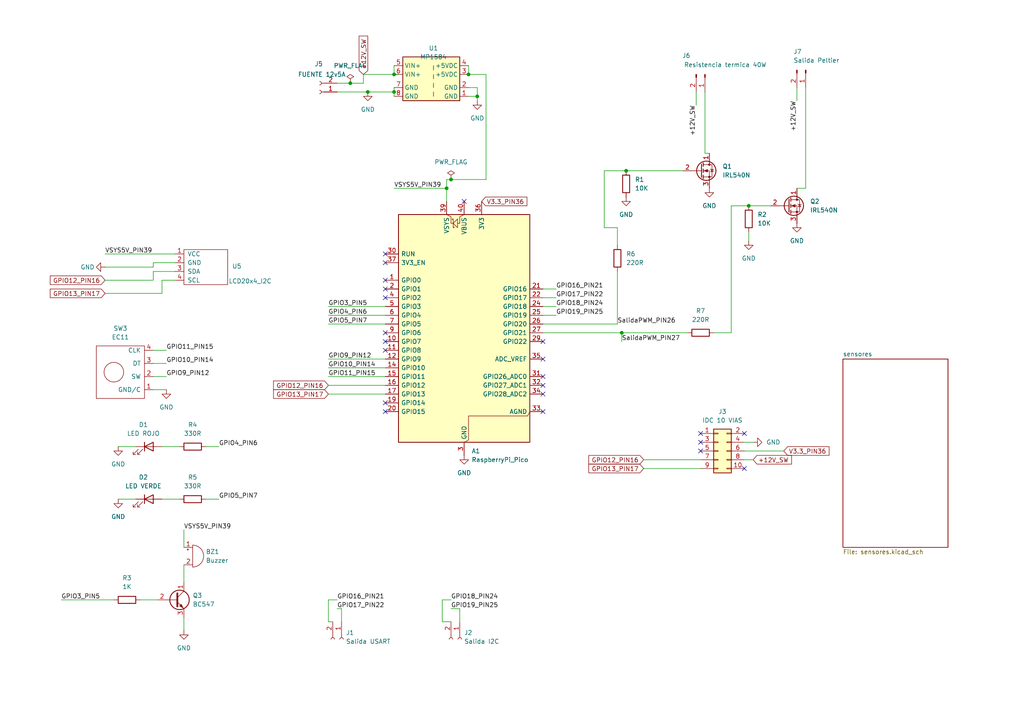
<source format=kicad_sch>
(kicad_sch (version 20250114) (generator "eeschema") (generator_version "9.0")
  (paper "A4")
  (lib_symbols
    (symbol "Conn_01x02_Socket_1" (pin_names (offset 1.016) (hide yes))
      (property "Reference" "J1" (at -1.9051 1.27 90))
      (property "Value" "Salida USART" (at 0.6349 1.27 90))
      (symbol "Conn_01x02_Socket_1_1_1"
        (polyline (pts (xy -1.27 0) (xy -0.508 0)) (stroke (width 0.1524)))
        (polyline (pts (xy -1.27 -2.54) (xy -0.508 -2.54)) (stroke (width 0.1524)))
        (arc (start 0 -0.508) (mid -0.5058 0) (end 0 0.508) (stroke (width 0.1524)))
        (arc (start 0 -3.048) (mid -0.5058 -2.54) (end 0 -2.032) (stroke (width 0.1524)))
        (pin passive line (at -5.08 0 0) (length 3.81) (name "TX") (number "1"))
        (pin passive line (at -5.08 -2.54 0) (length 3.81) (name "RX") (number "2"))
      )
    )
    (symbol "Conn_01x02_Socket_2" (pin_names (offset 1.016) (hide yes))
      (property "Reference" "J2" (at -1.9051 1.27 90))
      (property "Value" "Salida I2C" (at 0.6349 1.27 90))
      (symbol "Conn_01x02_Socket_2_1_1"
        (polyline (pts (xy -1.27 0) (xy -0.508 0)) (stroke (width 0.1524)))
        (polyline (pts (xy -1.27 -2.54) (xy -0.508 -2.54)) (stroke (width 0.1524)))
        (arc (start 0 -0.508) (mid -0.5058 0) (end 0 0.508) (stroke (width 0.1524)))
        (arc (start 0 -3.048) (mid -0.5058 -2.54) (end 0 -2.032) (stroke (width 0.1524)))
        (pin passive line (at -5.08 0 0) (length 3.81) (name "SCA") (number "1"))
        (pin passive line (at -5.08 -2.54 0) (length 3.81) (name "SCL") (number "2"))
      )
    )
    (symbol "Connector:Conn_01x02_Pin" (pin_names (offset 1.016) (hide yes))
      (property "Reference" "J" (at 0 2.54 0))
      (property "Value" "Conn_01x02_Pin" (at 0 -5.08 0))
      (symbol "Conn_01x02_Pin_1_1"
        (rectangle (start 0.8636 0.127) (end 0 -0.127) (stroke (width 0.1524)) (fill (type outline)))
        (rectangle (start 0.8636 -2.413) (end 0 -2.667) (stroke (width 0.1524)) (fill (type outline)))
        (polyline (pts (xy 1.27 0) (xy 0.8636 0)) (stroke (width 0.1524)))
        (polyline (pts (xy 1.27 -2.54) (xy 0.8636 -2.54)) (stroke (width 0.1524)))
        (pin passive line (at 5.08 0 180) (length 3.81) (name "Pin_1") (number "1"))
        (pin passive line (at 5.08 -2.54 180) (length 3.81) (name "Pin_2") (number "2"))
      )
    )
    (symbol "Connector:Conn_01x02_Socket" (pin_names (offset 1.016) (hide yes))
      (property "Reference" "J5" (at 0.254 -8.128 0))
      (property "Value" "FUENTE 12v5A" (at -0.635 -5.08 0))
      (symbol "Conn_01x02_Socket_1_1"
        (polyline (pts (xy -1.27 0) (xy -0.508 0)) (stroke (width 0.1524)))
        (polyline (pts (xy -1.27 -2.54) (xy -0.508 -2.54)) (stroke (width 0.1524)))
        (arc (start 0 -0.508) (mid -0.5058 0) (end 0 0.508) (stroke (width 0.1524)))
        (arc (start 0 -3.048) (mid -0.5058 -2.54) (end 0 -2.032) (stroke (width 0.1524)))
        (pin passive line (at -5.08 0 0) (length 3.81) (name "Pin_1") (number "1"))
        (pin passive line (at -5.08 -2.54 0) (length 3.81) (name "Pin_2") (number "2"))
      )
    )
    (symbol "Connector_Generic:Conn_02x05_Odd_Even" (pin_names (offset 1.016) (hide yes))
      (property "Reference" "J" (at 1.27 7.62 0))
      (property "Value" "Conn_02x05_Odd_Even" (at 1.27 -7.62 0))
      (symbol "Conn_02x05_Odd_Even_1_1"
        (rectangle (start -1.27 6.35) (end 3.81 -6.35) (stroke (width 0.254)) (fill (type background)))
        (rectangle (start -1.27 5.207) (end 0 4.953) (stroke (width 0.1524)))
        (rectangle (start -1.27 2.667) (end 0 2.413) (stroke (width 0.1524)))
        (rectangle (start -1.27 0.127) (end 0 -0.127) (stroke (width 0.1524)))
        (rectangle (start -1.27 -2.413) (end 0 -2.667) (stroke (width 0.1524)))
        (rectangle (start -1.27 -4.953) (end 0 -5.207) (stroke (width 0.1524)))
        (rectangle (start 3.81 5.207) (end 2.54 4.953) (stroke (width 0.1524)))
        (rectangle (start 3.81 2.667) (end 2.54 2.413) (stroke (width 0.1524)))
        (rectangle (start 3.81 0.127) (end 2.54 -0.127) (stroke (width 0.1524)))
        (rectangle (start 3.81 -2.413) (end 2.54 -2.667) (stroke (width 0.1524)))
        (rectangle (start 3.81 -4.953) (end 2.54 -5.207) (stroke (width 0.1524)))
        (pin passive line (at -5.08 5.08 0) (length 3.81) (name "Pin_1") (number "1"))
        (pin passive line (at -5.08 2.54 0) (length 3.81) (name "Pin_3") (number "3"))
        (pin passive line (at -5.08 0 0) (length 3.81) (name "Pin_5") (number "5"))
        (pin passive line (at -5.08 -2.54 0) (length 3.81) (name "Pin_7") (number "7"))
        (pin passive line (at -5.08 -5.08 0) (length 3.81) (name "Pin_9") (number "9"))
        (pin passive line (at 7.62 5.08 180) (length 3.81) (name "Pin_2") (number "2"))
        (pin passive line (at 7.62 2.54 180) (length 3.81) (name "Pin_4") (number "4"))
        (pin passive line (at 7.62 0 180) (length 3.81) (name "Pin_6") (number "6"))
        (pin passive line (at 7.62 -2.54 180) (length 3.81) (name "Pin_8") (number "8"))
        (pin passive line (at 7.62 -5.08 180) (length 3.81) (name "Pin_10") (number "10"))
      )
    )
    (symbol "Converter_DCDC:Ag9905LP"
      (property "Reference" "U1" (at 0 10.16 0))
      (property "Value" "MP1584" (at 0 7.62 0))
      (symbol "Ag9905LP_0_1"
        (rectangle (start -8.89 7.62) (end 7.62 -5.08) (stroke (width 0.254)) (fill (type background)))
        (polyline (pts (xy 0 5.08) (xy 0 3.81)))
        (polyline (pts (xy 0 2.54) (xy 0 1.27)))
        (polyline (pts (xy 0 0) (xy 0 -1.27)))
        (polyline (pts (xy 0 -2.54) (xy 0 -3.81)))
      )
      (symbol "Ag9905LP_1_1"
        (pin power_in line (at -11.43 5.08 0) (length 2.54) (name "VIN+") (number "5"))
        (pin power_in line (at -11.43 2.54 0) (length 2.54) (name "VIN+") (number "6"))
        (pin power_in line (at -11.43 -1.27 0) (length 2.54) (name "GND") (number "7"))
        (pin power_in line (at -11.43 -3.81 0) (length 2.54) (name "GND") (number "8"))
        (pin passive line (at 10.16 5.08 180) (length 2.54) (name "+5VDC") (number "4"))
        (pin passive line (at 10.16 2.54 180) (length 2.54) (name "+5VDC") (number "3"))
        (pin passive line (at 10.16 -1.27 180) (length 2.54) (name "GND") (number "2"))
        (pin passive line (at 10.16 -3.81 180) (length 2.54) (name "GND") (number "1"))
      )
    )
    (symbol "Device:Buzzer" (pin_names (offset 0.0254) (hide yes))
      (property "Reference" "BZ" (at 3.81 1.27 0))
      (property "Value" "Buzzer" (at 3.81 -1.27 0))
      (symbol "Buzzer_0_1"
        (polyline (pts (xy -1.651 1.905) (xy -1.143 1.905)))
        (polyline (pts (xy -1.397 2.159) (xy -1.397 1.651)))
        (arc (start 0 3.175) (mid 3.1612 0) (end 0 -3.175))
        (polyline (pts (xy 0 3.175) (xy 0 -3.175)))
      )
      (symbol "Buzzer_1_1"
        (pin passive line (at -2.54 2.54 0) (length 2.54) (name "+") (number "1"))
        (pin passive line (at -2.54 -2.54 0) (length 2.54) (name "-") (number "2"))
      )
    )
    (symbol "Device:LED" (pin_numbers (hide yes)) (pin_names (offset 1.016) (hide yes))
      (property "Reference" "D" (at 0 2.54 0))
      (property "Value" "LED" (at 0 -2.54 0))
      (symbol "LED_0_1"
        (polyline (pts (xy -3.048 -0.762) (xy -4.572 -2.286) (xy -3.81 -2.286) (xy -4.572 -2.286) (xy -4.572 -1.524)))
        (polyline (pts (xy -1.778 -0.762) (xy -3.302 -2.286) (xy -2.54 -2.286) (xy -3.302 -2.286) (xy -3.302 -1.524)))
        (polyline (pts (xy -1.27 0) (xy 1.27 0)))
        (polyline (pts (xy -1.27 -1.27) (xy -1.27 1.27)) (stroke (width 0.254)))
        (polyline (pts (xy 1.27 -1.27) (xy 1.27 1.27) (xy -1.27 0) (xy 1.27 -1.27)) (stroke (width 0.254)))
      )
      (symbol "LED_1_1"
        (pin passive line (at -3.81 0 0) (length 2.54) (name "K") (number "1"))
        (pin passive line (at 3.81 0 180) (length 2.54) (name "A") (number "2"))
      )
    )
    (symbol "Device:R" (pin_numbers (hide yes)) (pin_names (offset 0))
      (property "Reference" "R" (at 2.032 0 90))
      (property "Value" "R" (at 0 0 90))
      (symbol "R_0_1"
        (rectangle (start -1.016 -2.54) (end 1.016 2.54) (stroke (width 0.254)))
      )
      (symbol "R_1_1"
        (pin passive line (at 0 3.81 270) (length 1.27) (name "~") (number "1"))
        (pin passive line (at 0 -3.81 90) (length 1.27) (name "~") (number "2"))
      )
    )
    (symbol "LCD20x4_I2C:LCD20x4_I2C" (pin_names (offset 1.016))
      (property "Reference" "U5" (at 7.112 2.54 0))
      (property "Value" "LCD20x4_I2C" (at 6.604 0.254 0))
      (symbol "LCD20x4_I2C_0_1"
        (rectangle (start -3.81 5.08) (end 8.89 -5.08))
      )
      (symbol "LCD20x4_I2C_1_1"
        (pin passive line (at -6.35 3.81 0) (length 2.54) (name "VCC") (number "1"))
        (pin passive line (at -6.35 1.27 0) (length 2.54) (name "GND") (number "2"))
        (pin passive line (at -6.35 -1.27 0) (length 2.54) (name "SDA") (number "3"))
        (pin passive line (at -6.35 -3.81 0) (length 2.54) (name "SCL") (number "4"))
      )
    )
    (symbol "MCU_Module:RaspberryPi_Pico" (pin_names (offset 0.762))
      (property "Reference" "A1" (at 2.1433 -34.29 0))
      (property "Value" "RaspberryPi_Pico" (at 2.1433 -36.83 0))
      (symbol "RaspberryPi_Pico_0_1"
        (rectangle (start -19.05 34.29) (end 19.05 -31.75) (stroke (width 0.254)) (fill (type background)))
        (polyline (pts (xy -5.08 34.29) (xy -3.81 33.655) (xy -3.81 31.75) (xy -3.175 31.75)))
        (polyline (pts (xy -3.429 32.766) (xy -3.429 33.02) (xy -3.175 33.02) (xy -3.175 30.48) (xy -2.921 30.48) (xy -2.921 30.734)))
        (polyline (pts (xy -3.175 31.75) (xy -1.905 33.02) (xy -1.905 30.48) (xy -3.175 31.75)))
        (polyline (pts (xy 0 34.29) (xy -1.27 33.655) (xy -1.27 31.75) (xy -1.905 31.75)))
        (polyline (pts (xy 0 -31.75) (xy 1.27 -31.115) (xy 1.27 -24.13) (xy 18.415 -24.13) (xy 19.05 -22.86)))
      )
      (symbol "RaspberryPi_Pico_1_1"
        (pin passive line (at -22.86 22.86 0) (length 3.81) (name "RUN") (number "30"))
        (pin passive line (at -22.86 20.32 0) (length 3.81) (name "3V3_EN") (number "37"))
        (pin bidirectional line (at -22.86 15.24 0) (length 3.81) (name "GPIO0") (number "1"))
        (pin bidirectional line (at -22.86 12.7 0) (length 3.81) (name "GPIO1") (number "2"))
        (pin bidirectional line (at -22.86 10.16 0) (length 3.81) (name "GPIO2") (number "4"))
        (pin bidirectional line (at -22.86 7.62 0) (length 3.81) (name "GPIO3") (number "5"))
        (pin bidirectional line (at -22.86 5.08 0) (length 3.81) (name "GPIO4") (number "6"))
        (pin bidirectional line (at -22.86 2.54 0) (length 3.81) (name "GPIO5") (number "7"))
        (pin bidirectional line (at -22.86 0 0) (length 3.81) (name "GPIO6") (number "9"))
        (pin bidirectional line (at -22.86 -2.54 0) (length 3.81) (name "GPIO7") (number "10"))
        (pin bidirectional line (at -22.86 -5.08 0) (length 3.81) (name "GPIO8") (number "11"))
        (pin bidirectional line (at -22.86 -7.62 0) (length 3.81) (name "GPIO9") (number "12"))
        (pin bidirectional line (at -22.86 -10.16 0) (length 3.81) (name "GPIO10") (number "14"))
        (pin bidirectional line (at -22.86 -12.7 0) (length 3.81) (name "GPIO11") (number "15"))
        (pin bidirectional line (at -22.86 -15.24 0) (length 3.81) (name "GPIO12") (number "16"))
        (pin bidirectional line (at -22.86 -17.78 0) (length 3.81) (name "GPIO13") (number "17"))
        (pin bidirectional line (at -22.86 -20.32 0) (length 3.81) (name "GPIO14") (number "19"))
        (pin bidirectional line (at -22.86 -22.86 0) (length 3.81) (name "GPIO15") (number "20"))
        (pin power_in line (at -5.08 38.1 270) (length 3.81) (name "VSYS") (number "39"))
        (pin power_out line (at 0 38.1 270) (length 3.81) (name "VBUS") (number "40"))
        (pin passive line (at 0 -35.56 90) (length 3.81) (hide yes) (name "GND") (number "13"))
        (pin passive line (at 0 -35.56 90) (length 3.81) (hide yes) (name "GND") (number "18"))
        (pin passive line (at 0 -35.56 90) (length 3.81) (hide yes) (name "GND") (number "23"))
        (pin passive line (at 0 -35.56 90) (length 3.81) (hide yes) (name "GND") (number "28"))
        (pin power_out line (at 0 -35.56 90) (length 3.81) (name "GND") (number "3"))
        (pin passive line (at 0 -35.56 90) (length 3.81) (hide yes) (name "GND") (number "38"))
        (pin passive line (at 0 -35.56 90) (length 3.81) (hide yes) (name "GND") (number "8"))
        (pin power_out line (at 5.08 38.1 270) (length 3.81) (name "3V3") (number "36"))
        (pin bidirectional line (at 22.86 12.7 180) (length 3.81) (name "GPIO16") (number "21"))
        (pin bidirectional line (at 22.86 10.16 180) (length 3.81) (name "GPIO17") (number "22"))
        (pin bidirectional line (at 22.86 7.62 180) (length 3.81) (name "GPIO18") (number "24"))
        (pin bidirectional line (at 22.86 5.08 180) (length 3.81) (name "GPIO19") (number "25"))
        (pin bidirectional line (at 22.86 2.54 180) (length 3.81) (name "GPIO20") (number "26"))
        (pin bidirectional line (at 22.86 0 180) (length 3.81) (name "GPIO21") (number "27"))
        (pin bidirectional line (at 22.86 -2.54 180) (length 3.81) (name "GPIO22") (number "29"))
        (pin power_in line (at 22.86 -7.62 180) (length 3.81) (name "ADC_VREF") (number "35"))
        (pin bidirectional line (at 22.86 -12.7 180) (length 3.81) (name "GPIO26_ADC0") (number "31"))
        (pin bidirectional line (at 22.86 -15.24 180) (length 3.81) (name "GPIO27_ADC1") (number "32"))
        (pin bidirectional line (at 22.86 -17.78 180) (length 3.81) (name "GPIO28_ADC2") (number "34"))
        (pin power_out line (at 22.86 -22.86 180) (length 3.81) (name "AGND") (number "33"))
      )
    )
    (symbol "Transistor_BJT:BC547" (pin_names (offset 0) (hide yes))
      (property "Reference" "Q" (at 5.08 1.905 0))
      (property "Value" "BC547" (at 5.08 0 0))
      (symbol "BC547_0_1"
        (polyline (pts (xy -2.54 0) (xy 0.635 0)))
        (polyline (pts (xy 0.635 1.905) (xy 0.635 -1.905)) (stroke (width 0.508)))
        (circle (center 1.27 0) (radius 2.8194) (stroke (width 0.254)))
      )
      (symbol "BC547_1_1"
        (polyline (pts (xy 0.635 0.635) (xy 2.54 2.54)))
        (polyline (pts (xy 0.635 -0.635) (xy 2.54 -2.54)))
        (polyline (pts (xy 1.27 -1.778) (xy 1.778 -1.27) (xy 2.286 -2.286) (xy 1.27 -1.778)) (fill (type outline)))
        (pin input line (at -5.08 0 0) (length 2.54) (name "B") (number "2"))
        (pin passive line (at 2.54 5.08 270) (length 2.54) (name "C") (number "1"))
        (pin passive line (at 2.54 -5.08 90) (length 2.54) (name "E") (number "3"))
      )
    )
    (symbol "Transistor_FET:IRL6283M" (pin_names (hide yes))
      (property "Reference" "Q" (at 5.08 1.905 0))
      (property "Value" "IRL6283M" (at 5.08 0 0))
      (symbol "IRL6283M_0_1"
        (polyline (pts (xy 0.254 1.905) (xy 0.254 -1.905)) (stroke (width 0.254)))
        (polyline (pts (xy 0.254 0) (xy -2.54 0)))
        (polyline (pts (xy 0.762 2.286) (xy 0.762 1.27)) (stroke (width 0.254)))
        (polyline (pts (xy 0.762 0.508) (xy 0.762 -0.508)) (stroke (width 0.254)))
        (polyline (pts (xy 0.762 -1.27) (xy 0.762 -2.286)) (stroke (width 0.254)))
        (polyline (pts (xy 0.762 -1.778) (xy 3.302 -1.778) (xy 3.302 1.778) (xy 0.762 1.778)))
        (polyline (pts (xy 1.016 0) (xy 2.032 0.381) (xy 2.032 -0.381) (xy 1.016 0)) (fill (type outline)))
        (circle (center 1.651 0) (radius 2.794) (stroke (width 0.254)))
        (polyline (pts (xy 2.54 2.54) (xy 2.54 1.778)))
        (circle (center 2.54 1.778) (radius 0.254) (fill (type outline)))
        (circle (center 2.54 -1.778) (radius 0.254) (fill (type outline)))
        (polyline (pts (xy 2.54 -2.54) (xy 2.54 0) (xy 0.762 0)))
        (polyline (pts (xy 2.794 0.508) (xy 2.921 0.381) (xy 3.683 0.381) (xy 3.81 0.254)))
        (polyline (pts (xy 3.302 0.381) (xy 2.921 -0.254) (xy 3.683 -0.254) (xy 3.302 0.381)))
      )
      (symbol "IRL6283M_1_1"
        (pin input line (at -5.08 0 0) (length 2.54) (name "G") (number "2"))
        (pin passive line (at 2.54 5.08 270) (length 2.54) (name "D") (number "1"))
        (pin passive line (at 2.54 -5.08 90) (length 2.54) (name "S") (number "3"))
      )
    )
    (symbol "YEUTTERG_Generic:KY-040" (pin_names (offset 1.016))
      (property "Reference" "SW3" (at 12.7 4.445 90))
      (property "Value" "EC11" (at 10.16 4.445 90))
      (symbol "KY-040_0_1"
        (rectangle (start -7.62 11.43) (end 7.62 -2.54))
        (circle (center 0 6.35) (radius 2.8398))
      )
      (symbol "KY-040_1_1"
        (pin passive line (at -5.08 -5.08 90) (length 2.54) (name "GND/C") (number "1"))
        (pin input line (at -1.27 -5.08 90) (length 2.54) (name "SW") (number "2"))
        (pin output line (at 2.54 -5.08 90) (length 2.54) (name "DT") (number "3"))
        (pin output line (at 6.35 -5.08 90) (length 2.54) (name "CLK") (number "4"))
      )
    )
    (symbol "power:GND" (power) (pin_numbers (hide yes)) (pin_names (offset 0) (hide yes))
      (property "Value" "GND" (at 0 -3.81 0))
      (symbol "GND_0_1"
        (polyline (pts (xy 0 0) (xy 0 -1.27) (xy 1.27 -1.27) (xy 0 -2.54) (xy -1.27 -1.27) (xy 0 -1.27)))
      )
      (symbol "GND_1_1"
        (pin power_in line (at 0 0 270) (length 0) (name "~") (number "1"))
      )
    )
    (symbol "power:PWR_FLAG" (power) (pin_numbers (hide yes)) (pin_names (offset 0) (hide yes))
      (property "Value" "PWR_FLAG" (at 0 3.81 0))
      (symbol "PWR_FLAG_0_0"
        (pin power_out line (at 0 0 90) (length 0) (name "~") (number "1"))
      )
      (symbol "PWR_FLAG_0_1"
        (polyline (pts (xy 0 0) (xy 0 1.27) (xy -1.016 1.905) (xy 0 2.54) (xy 1.016 1.905) (xy 0 1.27)))
      )
    )
  )
  (junction (at 129.54 54.61))
  (junction (at 180.34 96.52))
  (junction (at 106.68 26.67))
  (junction (at 181.61 49.53))
  (junction (at 138.43 27.94))
  (junction (at 135.89 21.59))
  (junction (at 101.6 24.13))
  (junction (at 114.3 21.59))
  (junction (at 130.81 52.07))
  (junction (at 217.17 59.69))
  (junction (at 114.3 26.67))
  (no_connect (at 157.48 99.06))
  (no_connect (at 157.48 114.3))
  (no_connect (at 203.2 125.73))
  (no_connect (at 157.48 104.14))
  (no_connect (at 111.76 101.6))
  (no_connect (at 215.9 125.73))
  (no_connect (at 111.76 96.52))
  (no_connect (at 111.76 86.36))
  (no_connect (at 157.48 111.76))
  (no_connect (at 157.48 109.22))
  (no_connect (at 111.76 73.66))
  (no_connect (at 111.76 116.84))
  (no_connect (at 111.76 119.38))
  (no_connect (at 134.62 58.42))
  (no_connect (at 111.76 76.2))
  (no_connect (at 157.48 119.38))
  (no_connect (at 215.9 135.89))
  (no_connect (at 111.76 83.82))
  (no_connect (at 111.76 81.28))
  (no_connect (at 203.2 128.27))
  (no_connect (at 203.2 130.81))
  (no_connect (at 111.76 99.06))
  (wire (pts (xy 138.43 27.94) (xy 138.43 29.21)))
  (wire (pts (xy 34.29 129.54) (xy 39.37 129.54)))
  (wire (pts (xy 30.48 81.28) (xy 44.45 81.28)))
  (wire (pts (xy 50.8 81.28) (xy 46.99 81.28)))
  (wire (pts (xy 106.68 26.67) (xy 114.3 26.67)))
  (wire (pts (xy 217.17 59.69) (xy 223.52 59.69)))
  (wire (pts (xy 135.89 19.05) (xy 135.89 21.59)))
  (wire (pts (xy 114.3 25.4) (xy 114.3 26.67)))
  (wire (pts (xy 204.47 44.45) (xy 205.74 44.45)))
  (wire (pts (xy 44.45 109.22) (xy 48.26 109.22)))
  (wire (pts (xy 97.79 176.53) (xy 99.06 176.53)))
  (wire (pts (xy 59.69 129.54) (xy 63.5 129.54)))
  (wire (pts (xy 44.45 113.03) (xy 48.26 113.03)))
  (wire (pts (xy 135.89 27.94) (xy 138.43 27.94)))
  (wire (pts (xy 17.78 173.99) (xy 33.02 173.99)))
  (wire (pts (xy 114.3 19.05) (xy 114.3 21.59)))
  (wire (pts (xy 181.61 49.53) (xy 198.12 49.53)))
  (wire (pts (xy 175.26 49.53) (xy 181.61 49.53)))
  (wire (pts (xy 46.99 85.09) (xy 30.48 85.09)))
  (wire (pts (xy 233.68 25.4) (xy 233.68 54.61)))
  (wire (pts (xy 105.41 21.59) (xy 114.3 21.59)))
  (wire (pts (xy 130.81 176.53) (xy 133.35 176.53)))
  (wire (pts (xy 157.48 91.44) (xy 161.29 91.44)))
  (wire (pts (xy 138.43 25.4) (xy 138.43 27.94)))
  (wire (pts (xy 95.25 109.22) (xy 111.76 109.22)))
  (wire (pts (xy 95.25 173.99) (xy 95.25 180.34)))
  (wire (pts (xy 157.48 83.82) (xy 161.29 83.82)))
  (wire (pts (xy 130.81 180.34) (xy 128.27 180.34)))
  (wire (pts (xy 129.54 52.07) (xy 129.54 54.61)))
  (wire (pts (xy 114.3 26.67) (xy 114.3 27.94)))
  (wire (pts (xy 179.07 66.04) (xy 175.26 66.04)))
  (wire (pts (xy 46.99 144.78) (xy 52.07 144.78)))
  (wire (pts (xy 140.97 52.07) (xy 130.81 52.07)))
  (wire (pts (xy 128.27 180.34) (xy 128.27 173.99)))
  (wire (pts (xy 44.45 78.74) (xy 50.8 78.74)))
  (wire (pts (xy 179.07 71.12) (xy 179.07 66.04)))
  (wire (pts (xy 95.25 104.14) (xy 111.76 104.14)))
  (wire (pts (xy 95.25 88.9) (xy 111.76 88.9)))
  (wire (pts (xy 95.25 111.76) (xy 111.76 111.76)))
  (wire (pts (xy 97.79 173.99) (xy 95.25 173.99)))
  (wire (pts (xy 157.48 96.52) (xy 180.34 96.52)))
  (wire (pts (xy 180.34 96.52) (xy 199.39 96.52)))
  (wire (pts (xy 130.81 52.07) (xy 129.54 52.07)))
  (wire (pts (xy 97.79 26.67) (xy 106.68 26.67)))
  (wire (pts (xy 129.54 54.61) (xy 129.54 58.42)))
  (wire (pts (xy 212.09 96.52) (xy 212.09 59.69)))
  (wire (pts (xy 44.45 77.47) (xy 44.45 76.2)))
  (wire (pts (xy 95.25 93.98) (xy 111.76 93.98)))
  (wire (pts (xy 114.3 54.61) (xy 129.54 54.61)))
  (wire (pts (xy 46.99 81.28) (xy 46.99 85.09)))
  (wire (pts (xy 59.69 144.78) (xy 63.5 144.78)))
  (wire (pts (xy 140.97 21.59) (xy 140.97 52.07)))
  (wire (pts (xy 201.93 26.67) (xy 201.93 30.48)))
  (wire (pts (xy 207.01 96.52) (xy 212.09 96.52)))
  (wire (pts (xy 95.25 114.3) (xy 111.76 114.3)))
  (wire (pts (xy 186.69 133.35) (xy 203.2 133.35)))
  (wire (pts (xy 44.45 101.6) (xy 48.26 101.6)))
  (wire (pts (xy 135.89 21.59) (xy 140.97 21.59)))
  (wire (pts (xy 44.45 76.2) (xy 50.8 76.2)))
  (wire (pts (xy 30.48 77.47) (xy 44.45 77.47)))
  (wire (pts (xy 215.9 130.81) (xy 227.33 130.81)))
  (wire (pts (xy 53.34 179.07) (xy 53.34 182.88)))
  (wire (pts (xy 215.9 128.27) (xy 218.44 128.27)))
  (wire (pts (xy 212.09 59.69) (xy 217.17 59.69)))
  (wire (pts (xy 175.26 66.04) (xy 175.26 49.53)))
  (wire (pts (xy 95.25 106.68) (xy 111.76 106.68)))
  (wire (pts (xy 217.17 67.31) (xy 217.17 69.85)))
  (wire (pts (xy 128.27 173.99) (xy 130.81 173.99)))
  (wire (pts (xy 186.69 135.89) (xy 203.2 135.89)))
  (wire (pts (xy 157.48 86.36) (xy 161.29 86.36)))
  (wire (pts (xy 95.25 91.44) (xy 111.76 91.44)))
  (wire (pts (xy 179.07 93.98) (xy 179.07 78.74)))
  (wire (pts (xy 40.64 173.99) (xy 45.72 173.99)))
  (wire (pts (xy 215.9 133.35) (xy 218.44 133.35)))
  (wire (pts (xy 44.45 81.28) (xy 44.45 78.74)))
  (wire (pts (xy 157.48 88.9) (xy 161.29 88.9)))
  (wire (pts (xy 44.45 105.41) (xy 48.26 105.41)))
  (wire (pts (xy 101.6 24.13) (xy 105.41 24.13)))
  (wire (pts (xy 231.14 25.4) (xy 231.14 29.21)))
  (wire (pts (xy 105.41 24.13) (xy 105.41 21.59)))
  (wire (pts (xy 97.79 24.13) (xy 101.6 24.13)))
  (wire (pts (xy 53.34 153.67) (xy 53.34 158.75)))
  (wire (pts (xy 34.29 144.78) (xy 39.37 144.78)))
  (wire (pts (xy 157.48 93.98) (xy 179.07 93.98)))
  (wire (pts (xy 133.35 176.53) (xy 133.35 180.34)))
  (wire (pts (xy 204.47 26.67) (xy 204.47 44.45)))
  (wire (pts (xy 233.68 54.61) (xy 231.14 54.61)))
  (wire (pts (xy 138.43 25.4) (xy 135.89 25.4)))
  (wire (pts (xy 99.06 176.53) (xy 99.06 180.34)))
  (wire (pts (xy 114.3 21.59) (xy 115.57 21.59)))
  (wire (pts (xy 30.48 73.66) (xy 50.8 73.66)))
  (wire (pts (xy 95.25 180.34) (xy 96.52 180.34)))
  (wire (pts (xy 180.34 96.52) (xy 180.34 99.06)))
  (wire (pts (xy 53.34 163.83) (xy 53.34 168.91)))
  (wire (pts (xy 46.99 129.54) (xy 52.07 129.54)))
  (label "+12V_SW" (at 201.93 30.48 270))
  (label "VSYS5V_PIN39" (at 53.34 153.67 0))
  (label "VSYS5V_PIN39" (at 114.3 54.61 0))
  (label "GPIO5_PIN7" (at 95.25 93.98 0))
  (label "GPIO18_PIN24" (at 130.81 173.99 0))
  (label "GPIO10_PIN14" (at 48.26 105.41 0))
  (label "+12V_SW" (at 231.14 29.21 270))
  (label "GPIO9_PIN12" (at 95.25 104.14 0))
  (label "GPIO4_PIN6" (at 95.25 91.44 0))
  (label "GPIO19_PIN25" (at 161.29 91.44 0))
  (label "VSYS5V_PIN39" (at 30.48 73.66 0))
  (label "GPIO11_PIN15" (at 95.25 109.22 0))
  (label "GPIO16_PIN21" (at 161.29 83.82 0))
  (label "GPIO5_PIN7" (at 63.5 144.78 0))
  (label "GPIO3_PIN5" (at 17.78 173.99 0))
  (label "SalidaPWM_PIN27" (at 180.34 99.06 0))
  (label "GPIO17_PIN22" (at 97.79 176.53 0))
  (label "GPIO4_PIN6" (at 63.5 129.54 0))
  (label "GPIO11_PIN15" (at 48.26 101.6 0))
  (label "GPIO9_PIN12" (at 48.26 109.22 0))
  (label "GPIO10_PIN14" (at 95.25 106.68 0))
  (label "SalidaPWM_PIN26" (at 179.07 93.98 0))
  (label "GPIO19_PIN25" (at 130.81 176.53 0))
  (label "GPIO17_PIN22" (at 161.29 86.36 0))
  (label "GPIO3_PIN5" (at 95.25 88.9 0))
  (label "GPIO18_PIN24" (at 161.29 88.9 0))
  (label "GPIO16_PIN21" (at 97.79 173.99 0))
  (global_label "GPIO13_PIN17" (shape input) (at 30.48 85.09 180) (property "Intersheetrefs" "${INTERSHEET_REFS}" (effects (hide yes))))
  (global_label "+12V_SW" (shape input) (at 105.41 21.59 90) (property "Intersheetrefs" "${INTERSHEET_REFS}" (effects (hide yes))))
  (global_label "GPIO12_PIN16" (shape input) (at 95.25 111.76 180) (property "Intersheetrefs" "${INTERSHEET_REFS}" (effects (hide yes))))
  (global_label "V3.3_PIN36" (shape input) (at 139.7 58.42 0) (property "Intersheetrefs" "${INTERSHEET_REFS}" (effects (hide yes))))
  (global_label "+12V_SW" (shape input) (at 218.44 133.35 0) (property "Intersheetrefs" "${INTERSHEET_REFS}" (effects (hide yes))))
  (global_label "GPIO13_PIN17" (shape input) (at 186.69 135.89 180) (property "Intersheetrefs" "${INTERSHEET_REFS}" (effects (hide yes))))
  (global_label "GPIO13_PIN17" (shape input) (at 95.25 114.3 180) (property "Intersheetrefs" "${INTERSHEET_REFS}" (effects (hide yes))))
  (global_label "GPIO12_PIN16" (shape input) (at 186.69 133.35 180) (property "Intersheetrefs" "${INTERSHEET_REFS}" (effects (hide yes))))
  (global_label "GPIO12_PIN16" (shape input) (at 30.48 81.28 180) (property "Intersheetrefs" "${INTERSHEET_REFS}" (effects (hide yes))))
  (global_label "V3.3_PIN36" (shape input) (at 227.33 130.81 0) (property "Intersheetrefs" "${INTERSHEET_REFS}" (effects (hide yes))))
  (symbol (lib_id "Device:LED") (at 43.18 144.78 0) (unit 1)
    (property "Reference" "D2" (at 41.5925 138.43 0))
    (property "Value" "LED VERDE" (at 41.5925 140.97 0))
    (property "Footprint" "LED_THT:LED_D4.0mm" (effects (hide yes)))
    (property "Description" "Light emitting diode" (effects (hide yes)))
    (property "Sim.Pins" "1=K 2=A" (effects (hide yes)))
  )
  (symbol (lib_id "power:GND") (at 30.48 77.47 270) (unit 1)
    (property "Reference" "#PWR04" (effects (hide yes)))
    (property "Value" "GND" (at 27.432 77.47 90) (effects (justify right)))
    (property "Description" "Power symbol creates a global label with name \"GND\" , ground" (effects (hide yes)))
  )
  (symbol (lib_id "Connector:Conn_01x02_Socket") (at 92.71 26.67 180) (unit 1)
    (property "Reference" "J5" (at 92.456 18.542 0))
    (property "Value" "FUENTE 12v5A" (at 93.345 21.59 0))
    (property "Footprint" "TerminalBlock:TerminalBlock_bornier-2_P5.08mm" (effects (hide yes)))
    (property "Description" "Generic connector, single row, 01x02, script generated" (effects (hide yes)))
  )
  (symbol (lib_id "power:GND") (at 138.43 29.21 0) (unit 1)
    (property "Reference" "#PWR01" (effects (hide yes)))
    (property "Value" "GND" (at 138.43 34.29 0))
    (property "Description" "Power symbol creates a global label with name \"GND\" , ground" (effects (hide yes)))
  )
  (symbol (lib_id "Device:LED") (at 43.18 129.54 0) (unit 1)
    (property "Reference" "D1" (at 41.5925 123.19 0))
    (property "Value" "LED ROJO" (at 41.5925 125.73 0))
    (property "Footprint" "LED_THT:LED_D4.0mm" (effects (hide yes)))
    (property "Description" "Light emitting diode" (effects (hide yes)))
    (property "Sim.Pins" "1=K 2=A" (effects (hide yes)))
  )
  (symbol (lib_id "power:GND") (at 34.29 144.78 0) (unit 1)
    (property "Reference" "#PWR012" (effects (hide yes)))
    (property "Value" "GND" (at 34.29 149.86 0))
    (property "Description" "Power symbol creates a global label with name \"GND\" , ground" (effects (hide yes)))
  )
  (symbol (lib_id "power:GND") (at 106.68 26.67 0) (unit 1)
    (property "Reference" "#PWR09" (effects (hide yes)))
    (property "Value" "GND" (at 106.68 31.75 0))
    (property "Description" "Power symbol creates a global label with name \"GND\" , ground" (effects (hide yes)))
  )
  (symbol (lib_id "MCU_Module:RaspberryPi_Pico") (at 134.62 96.52 0) (unit 1)
    (property "Reference" "A1" (at 136.7633 130.81 0) (effects (justify left)))
    (property "Value" "RaspberryPi_Pico" (at 136.7633 133.35 0) (effects (justify left)))
    (property "Footprint" "Module:RaspberryPi_Pico_Common_Unspecified" (effects (hide yes)))
    (property "Datasheet" "https://datasheets.raspberrypi.com/pico/pico-datasheet.pdf" (effects (hide yes)))
    (property "Description" "Versatile and inexpensive microcontroller module powered by RP2040 dual-core Arm Cortex-M0+ processor up to 133 MHz, 264kB SRAM, 2MB QSPI flash; also supports Raspberry Pi Pico 2" (effects (hide yes)))
  )
  (symbol (lib_id "Converter_DCDC:Ag9905LP") (at 125.73 24.13 0) (unit 1)
    (property "Reference" "U1" (at 125.73 13.97 0))
    (property "Value" "MP1584" (at 125.73 16.51 0))
    (property "Footprint" "Converter_DCDC:Converter_DCDC_Silvertel_Ag99xxLP_THT" (effects (hide yes)))
    (property "Datasheet" "https://silvertel.com/images/datasheets/Ag9900M-datasheet-ultra-miniature-isolated-Power-over-Ethernet-POE-module.pdf" (effects (hide yes)))
    (property "Description" "Regulated 7W DC/DC PoE converter IEEE 802.3af, 36V-57V input, +5V Output Voltage, LP-DIL-8" (effects (hide yes)))
  )
  (symbol (lib_id "Device:R") (at 55.88 129.54 90) (unit 1)
    (property "Reference" "R4" (at 55.88 123.19 90))
    (property "Value" "330R" (at 55.88 125.73 90))
    (property "Footprint" "Resistor_THT:R_Axial_DIN0207_L6.3mm_D2.5mm_P15.24mm_Horizontal" (effects (hide yes)))
    (property "Description" "Resistor" (effects (hide yes)))
  )
  (symbol (lib_id "Connector:Conn_01x02_Pin") (at 204.47 21.59 270) (unit 1)
    (property "Reference" "J6" (at 197.866 16.1289 90) (effects (justify left)))
    (property "Value" "Resistencia termica 40W" (at 198.374 18.796 90) (effects (justify left)))
    (property "Footprint" "TerminalBlock:TerminalBlock_bornier-2_P5.08mm" (effects (hide yes)))
    (property "Description" "Generic connector, single row, 01x02, script generated" (effects (hide yes)))
  )
  (symbol (lib_id "Connector:Conn_01x02_Pin") (at 233.68 20.32 270) (unit 1)
    (property "Reference" "J7" (at 230.124 14.986 90) (effects (justify left)))
    (property "Value" "Salida Peltier" (at 230.124 17.526 90) (effects (justify left)))
    (property "Footprint" "TerminalBlock:TerminalBlock_bornier-2_P5.08mm" (effects (hide yes)))
    (property "Description" "Generic connector, single row, 01x02, script generated" (effects (hide yes)))
  )
  (symbol (lib_id "power:GND") (at 53.34 182.88 0) (unit 1)
    (property "Reference" "#PWR010" (effects (hide yes)))
    (property "Value" "GND" (at 53.34 187.96 0))
    (property "Description" "Power symbol creates a global label with name \"GND\" , ground" (effects (hide yes)))
  )
  (symbol (lib_id "YEUTTERG_Generic:KY-040") (at 39.37 107.95 90) (unit 1)
    (property "Reference" "SW3" (at 34.925 95.25 90))
    (property "Value" "EC11" (at 34.925 97.79 90))
    (property "Footprint" "Rotary_Encoder:RotaryEncoder_Alps_EC11E-Switch_Vertical_H20mm" (effects (hide yes)))
  )
  (symbol (lib_name "Conn_01x02_Socket_1") (lib_id "Connector:Conn_01x02_Socket") (at 99.06 185.42 270) (unit 1)
    (property "Reference" "J1" (at 100.33 183.5149 90) (effects (justify left)))
    (property "Value" "Salida USART" (at 100.33 186.0549 90) (effects (justify left)))
    (property "Footprint" "TerminalBlock:TerminalBlock_bornier-2_P5.08mm" (effects (hide yes)))
    (property "Description" "Generic connector, single row, 01x02, script generated" (effects (hide yes)))
  )
  (symbol (lib_id "LCD20x4_I2C:LCD20x4_I2C") (at 57.15 77.47 0) (unit 1)
    (property "Reference" "U5" (at 67.31 77.216 0) (effects (justify left)))
    (property "Value" "LCD20x4_I2C" (at 66.294 81.534 0) (effects (justify left)))
    (property "Footprint" "Connector_PinHeader_2.54mm:PinHeader_1x04_P2.54mm_Vertical" (effects (hide yes)))
  )
  (symbol (lib_id "power:GND") (at 181.61 57.15 0) (unit 1)
    (property "Reference" "#PWR06" (effects (hide yes)))
    (property "Value" "GND" (at 181.61 62.23 0))
    (property "Description" "Power symbol creates a global label with name \"GND\" , ground" (effects (hide yes)))
  )
  (symbol (lib_id "power:PWR_FLAG") (at 130.81 52.07 0) (unit 1)
    (property "Reference" "#FLG02" (effects (hide yes)))
    (property "Value" "PWR_FLAG" (at 130.81 46.99 0))
    (property "Description" "Special symbol for telling ERC where power comes from" (effects (hide yes)))
  )
  (symbol (lib_id "Device:R") (at 181.61 53.34 0) (unit 1)
    (property "Reference" "R1" (at 184.15 52.0699 0) (effects (justify left)))
    (property "Value" "10K" (at 184.15 54.6099 0) (effects (justify left)))
    (property "Footprint" "Resistor_THT:R_Axial_DIN0207_L6.3mm_D2.5mm_P15.24mm_Horizontal" (effects (hide yes)))
    (property "Description" "Resistor" (effects (hide yes)))
  )
  (symbol (lib_id "power:PWR_FLAG") (at 101.6 24.13 0) (unit 1)
    (property "Reference" "#FLG01" (effects (hide yes)))
    (property "Value" "PWR_FLAG" (at 101.6 19.05 0))
    (property "Description" "Special symbol for telling ERC where power comes from" (effects (hide yes)))
  )
  (symbol (lib_id "Transistor_FET:IRL6283M") (at 203.2 49.53 0) (unit 1)
    (property "Reference" "Q1" (at 209.55 48.2599 0) (effects (justify left)))
    (property "Value" "IRL540N" (at 209.55 50.7999 0) (effects (justify left)))
    (property "Footprint" "Package_TO_SOT_THT:TO-220-3_Vertical" (effects (hide yes)))
    (property "Datasheet" "https://www.infineon.com/dgdl/irl6283mpbf.pdf?fileId=5546d462533600a40153565fe9452573" (effects (hide yes)))
    (property "Description" "38A Id, 20V Vds, 0.75mOhm Rds, N-Channel HEXFET Power MOSFET, DirectFET MD" (effects (hide yes)))
  )
  (symbol (lib_id "Device:R") (at 179.07 74.93 180) (unit 1)
    (property "Reference" "R6" (at 181.61 73.6599 0) (effects (justify right)))
    (property "Value" "220R" (at 181.61 76.1999 0) (effects (justify right)))
    (property "Footprint" "Resistor_THT:R_Axial_DIN0207_L6.3mm_D2.5mm_P15.24mm_Horizontal" (effects (hide yes)))
    (property "Description" "Resistor" (effects (hide yes)))
  )
  (symbol (lib_id "power:GND") (at 218.44 128.27 90) (unit 1)
    (property "Reference" "#PWR07" (effects (hide yes)))
    (property "Value" "GND" (at 222.25 128.2699 90) (effects (justify right)))
    (property "Description" "Power symbol creates a global label with name \"GND\" , ground" (effects (hide yes)))
  )
  (symbol (lib_id "power:GND") (at 48.26 113.03 0) (unit 1)
    (property "Reference" "#PWR08" (effects (hide yes)))
    (property "Value" "GND" (at 48.26 118.11 0))
    (property "Description" "Power symbol creates a global label with name \"GND\" , ground" (effects (hide yes)))
  )
  (symbol (lib_id "Device:R") (at 55.88 144.78 90) (unit 1)
    (property "Reference" "R5" (at 55.88 138.43 90))
    (property "Value" "330R" (at 55.88 140.97 90))
    (property "Footprint" "Resistor_THT:R_Axial_DIN0207_L6.3mm_D2.5mm_P15.24mm_Horizontal" (effects (hide yes)))
    (property "Description" "Resistor" (effects (hide yes)))
  )
  (symbol (lib_id "power:GND") (at 217.17 69.85 0) (unit 1)
    (property "Reference" "#PWR05" (effects (hide yes)))
    (property "Value" "GND" (at 217.17 74.93 0))
    (property "Description" "Power symbol creates a global label with name \"GND\" , ground" (effects (hide yes)))
  )
  (symbol (lib_id "power:GND") (at 134.62 132.08 0) (unit 1)
    (property "Reference" "#PWR02" (effects (hide yes)))
    (property "Value" "GND" (at 134.62 137.16 0))
    (property "Description" "Power symbol creates a global label with name \"GND\" , ground" (effects (hide yes)))
  )
  (symbol (lib_id "power:GND") (at 231.14 64.77 0) (unit 1)
    (property "Reference" "#PWR03" (effects (hide yes)))
    (property "Value" "GND" (at 231.14 69.85 0))
    (property "Description" "Power symbol creates a global label with name \"GND\" , ground" (effects (hide yes)))
  )
  (symbol (lib_id "Device:R") (at 36.83 173.99 90) (unit 1)
    (property "Reference" "R3" (at 36.83 167.64 90))
    (property "Value" "1K" (at 36.83 170.18 90))
    (property "Footprint" "Resistor_THT:R_Axial_DIN0207_L6.3mm_D2.5mm_P15.24mm_Horizontal" (effects (hide yes)))
    (property "Description" "Resistor" (effects (hide yes)))
  )
  (symbol (lib_id "Transistor_FET:IRL6283M") (at 228.6 59.69 0) (unit 1)
    (property "Reference" "Q2" (at 234.95 58.4199 0) (effects (justify left)))
    (property "Value" "IRL540N" (at 234.95 60.9599 0) (effects (justify left)))
    (property "Footprint" "Package_TO_SOT_THT:TO-220-3_Vertical" (effects (hide yes)))
    (property "Datasheet" "https://www.infineon.com/dgdl/irl6283mpbf.pdf?fileId=5546d462533600a40153565fe9452573" (effects (hide yes)))
    (property "Description" "38A Id, 20V Vds, 0.75mOhm Rds, N-Channel HEXFET Power MOSFET, DirectFET MD" (effects (hide yes)))
  )
  (symbol (lib_id "Transistor_BJT:BC547") (at 50.8 173.99 0) (unit 1)
    (property "Reference" "Q3" (at 55.88 172.7199 0) (effects (justify left)))
    (property "Value" "BC547" (at 55.88 175.2599 0) (effects (justify left)))
    (property "Footprint" "Package_TO_SOT_THT:TO-92_Inline" (effects (hide yes)))
    (property "Datasheet" "https://www.onsemi.com/pub/Collateral/BC550-D.pdf" (effects (hide yes)))
    (property "Description" "0.1A Ic, 45V Vce, Small Signal NPN Transistor, TO-92" (effects (hide yes)))
  )
  (symbol (lib_id "Connector_Generic:Conn_02x05_Odd_Even") (at 208.28 130.81 0) (unit 1)
    (property "Reference" "J3" (at 209.55 119.38 0))
    (property "Value" "IDC 10 VIAS" (at 209.55 121.92 0))
    (property "Footprint" "Connector_IDC:IDC-Header_2x05_P2.54mm_Vertical" (effects (hide yes)))
    (property "Description" "Generic connector, double row, 02x05, odd/even pin numbering scheme (row 1 odd numbers, row 2 even numbers), script generated (kicad-library-utils/schlib/autogen/connector/)" (effects (hide yes)))
  )
  (symbol (lib_id "power:GND") (at 205.74 54.61 0) (unit 1)
    (property "Reference" "#PWR013" (effects (hide yes)))
    (property "Value" "GND" (at 205.74 59.69 0))
    (property "Description" "Power symbol creates a global label with name \"GND\" , ground" (effects (hide yes)))
  )
  (symbol (lib_id "Device:Buzzer") (at 55.88 161.29 0) (unit 1)
    (property "Reference" "BZ1" (at 59.69 160.0199 0) (effects (justify left)))
    (property "Value" "Buzzer" (at 59.69 162.5599 0) (effects (justify left)))
    (property "Footprint" "Buzzer_Beeper:Buzzer_12x9.5RM7.6" (effects (hide yes)))
    (property "Description" "Buzzer, polarized" (effects (hide yes)))
  )
  (symbol (lib_id "Device:R") (at 217.17 63.5 0) (unit 1)
    (property "Reference" "R2" (at 219.71 62.2299 0) (effects (justify left)))
    (property "Value" "10K" (at 219.71 64.7699 0) (effects (justify left)))
    (property "Footprint" "Resistor_THT:R_Axial_DIN0207_L6.3mm_D2.5mm_P15.24mm_Horizontal" (effects (hide yes)))
    (property "Description" "Resistor" (effects (hide yes)))
  )
  (symbol (lib_id "power:GND") (at 34.29 129.54 0) (unit 1)
    (property "Reference" "#PWR011" (effects (hide yes)))
    (property "Value" "GND" (at 34.29 134.62 0))
    (property "Description" "Power symbol creates a global label with name \"GND\" , ground" (effects (hide yes)))
  )
  (symbol (lib_name "Conn_01x02_Socket_2") (lib_id "Connector:Conn_01x02_Socket") (at 133.35 185.42 270) (unit 1)
    (property "Reference" "J2" (at 134.62 183.5149 90) (effects (justify left)))
    (property "Value" "Salida I2C" (at 134.62 186.0549 90) (effects (justify left)))
    (property "Footprint" "TerminalBlock:TerminalBlock_bornier-2_P5.08mm" (effects (hide yes)))
    (property "Description" "Generic connector, single row, 01x02, script generated" (effects (hide yes)))
  )
  (symbol (lib_id "Device:R") (at 203.2 96.52 90) (unit 1)
    (property "Reference" "R7" (at 203.2 90.17 90))
    (property "Value" "220R" (at 203.2 92.71 90))
    (property "Footprint" "Resistor_THT:R_Axial_DIN0207_L6.3mm_D2.5mm_P15.24mm_Horizontal" (effects (hide yes)))
    (property "Description" "Resistor" (effects (hide yes)))
  )
  (sheet (at 244.475 104.14) (size 30.48 54.61) (stroke (width 0.1524))
    (property "Sheetname" "sensores" (at 244.475 103.4284 0) (effects (justify left bottom)))
    (property "Sheetfile" "sensores.kicad_sch" (at 244.475 159.3346 0) (effects (justify left top)))
  )
)
</source>
